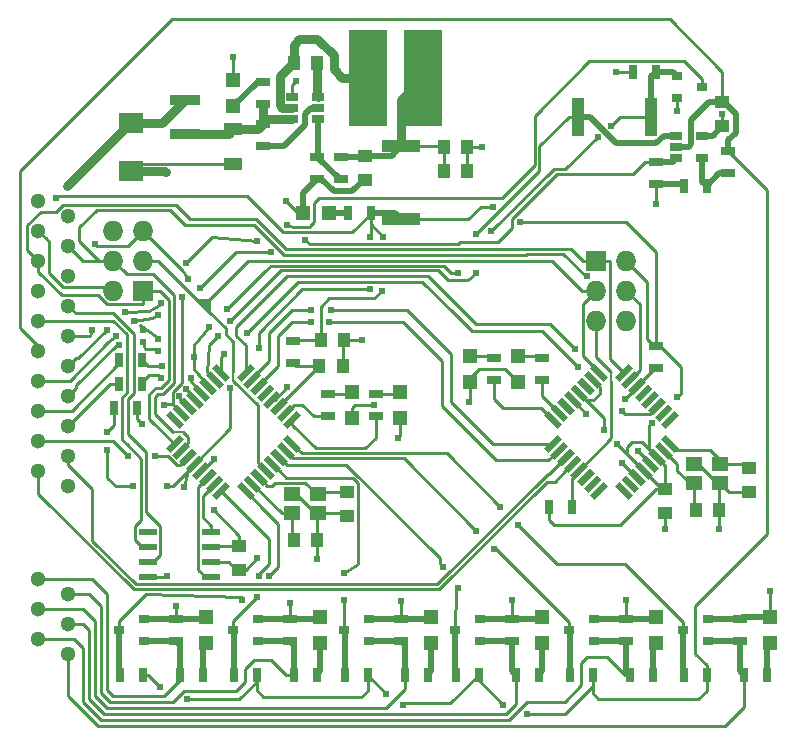
<source format=gtl>
G04 #@! TF.FileFunction,Copper,L1,Top,Signal*
%FSLAX46Y46*%
G04 Gerber Fmt 4.6, Leading zero omitted, Abs format (unit mm)*
G04 Created by KiCad (PCBNEW 4.0.7-e2-6376~58~ubuntu16.04.1) date Fri Feb 16 15:48:39 2018*
%MOMM*%
%LPD*%
G01*
G04 APERTURE LIST*
%ADD10C,0.100000*%
%ADD11R,1.000000X1.250000*%
%ADD12R,1.600000X1.000000*%
%ADD13R,1.250000X1.000000*%
%ADD14R,2.159000X1.778000*%
%ADD15R,1.200000X1.200000*%
%ADD16R,2.500000X0.900000*%
%ADD17C,1.300000*%
%ADD18R,3.300000X8.200000*%
%ADD19R,1.727200X1.727200*%
%ADD20O,1.727200X1.727200*%
%ADD21R,0.900000X0.800000*%
%ADD22R,1.300000X0.700000*%
%ADD23R,0.700000X1.300000*%
%ADD24R,1.000000X3.200000*%
%ADD25R,3.200000X1.000000*%
%ADD26R,1.060000X0.650000*%
%ADD27R,1.550000X0.600000*%
%ADD28R,1.400000X1.200000*%
%ADD29C,0.609600*%
%ADD30C,0.254000*%
%ADD31C,0.508000*%
%ADD32C,0.762000*%
%ADD33C,0.152400*%
G04 APERTURE END LIST*
D10*
G36*
X153596866Y-117660245D02*
X153207957Y-117271336D01*
X154339328Y-116139965D01*
X154728237Y-116528874D01*
X153596866Y-117660245D01*
X153596866Y-117660245D01*
G37*
G36*
X154162552Y-118225930D02*
X153773643Y-117837021D01*
X154905014Y-116705650D01*
X155293923Y-117094559D01*
X154162552Y-118225930D01*
X154162552Y-118225930D01*
G37*
G36*
X154728237Y-118791616D02*
X154339328Y-118402707D01*
X155470699Y-117271336D01*
X155859608Y-117660245D01*
X154728237Y-118791616D01*
X154728237Y-118791616D01*
G37*
G36*
X155293922Y-119357301D02*
X154905013Y-118968392D01*
X156036384Y-117837021D01*
X156425293Y-118225930D01*
X155293922Y-119357301D01*
X155293922Y-119357301D01*
G37*
G36*
X155859608Y-119922987D02*
X155470699Y-119534078D01*
X156602070Y-118402707D01*
X156990979Y-118791616D01*
X155859608Y-119922987D01*
X155859608Y-119922987D01*
G37*
G36*
X156425293Y-120488672D02*
X156036384Y-120099763D01*
X157167755Y-118968392D01*
X157556664Y-119357301D01*
X156425293Y-120488672D01*
X156425293Y-120488672D01*
G37*
G36*
X156990979Y-121054357D02*
X156602070Y-120665448D01*
X157733441Y-119534077D01*
X158122350Y-119922986D01*
X156990979Y-121054357D01*
X156990979Y-121054357D01*
G37*
G36*
X157556664Y-121620043D02*
X157167755Y-121231134D01*
X158299126Y-120099763D01*
X158688035Y-120488672D01*
X157556664Y-121620043D01*
X157556664Y-121620043D01*
G37*
G36*
X160738645Y-121231134D02*
X160349736Y-121620043D01*
X159218365Y-120488672D01*
X159607274Y-120099763D01*
X160738645Y-121231134D01*
X160738645Y-121231134D01*
G37*
G36*
X161304330Y-120665448D02*
X160915421Y-121054357D01*
X159784050Y-119922986D01*
X160172959Y-119534077D01*
X161304330Y-120665448D01*
X161304330Y-120665448D01*
G37*
G36*
X161870016Y-120099763D02*
X161481107Y-120488672D01*
X160349736Y-119357301D01*
X160738645Y-118968392D01*
X161870016Y-120099763D01*
X161870016Y-120099763D01*
G37*
G36*
X162435701Y-119534078D02*
X162046792Y-119922987D01*
X160915421Y-118791616D01*
X161304330Y-118402707D01*
X162435701Y-119534078D01*
X162435701Y-119534078D01*
G37*
G36*
X163001387Y-118968392D02*
X162612478Y-119357301D01*
X161481107Y-118225930D01*
X161870016Y-117837021D01*
X163001387Y-118968392D01*
X163001387Y-118968392D01*
G37*
G36*
X163567072Y-118402707D02*
X163178163Y-118791616D01*
X162046792Y-117660245D01*
X162435701Y-117271336D01*
X163567072Y-118402707D01*
X163567072Y-118402707D01*
G37*
G36*
X164132757Y-117837021D02*
X163743848Y-118225930D01*
X162612477Y-117094559D01*
X163001386Y-116705650D01*
X164132757Y-117837021D01*
X164132757Y-117837021D01*
G37*
G36*
X164698443Y-117271336D02*
X164309534Y-117660245D01*
X163178163Y-116528874D01*
X163567072Y-116139965D01*
X164698443Y-117271336D01*
X164698443Y-117271336D01*
G37*
G36*
X163567072Y-115609635D02*
X163178163Y-115220726D01*
X164309534Y-114089355D01*
X164698443Y-114478264D01*
X163567072Y-115609635D01*
X163567072Y-115609635D01*
G37*
G36*
X163001386Y-115043950D02*
X162612477Y-114655041D01*
X163743848Y-113523670D01*
X164132757Y-113912579D01*
X163001386Y-115043950D01*
X163001386Y-115043950D01*
G37*
G36*
X162435701Y-114478264D02*
X162046792Y-114089355D01*
X163178163Y-112957984D01*
X163567072Y-113346893D01*
X162435701Y-114478264D01*
X162435701Y-114478264D01*
G37*
G36*
X161870016Y-113912579D02*
X161481107Y-113523670D01*
X162612478Y-112392299D01*
X163001387Y-112781208D01*
X161870016Y-113912579D01*
X161870016Y-113912579D01*
G37*
G36*
X161304330Y-113346893D02*
X160915421Y-112957984D01*
X162046792Y-111826613D01*
X162435701Y-112215522D01*
X161304330Y-113346893D01*
X161304330Y-113346893D01*
G37*
G36*
X160738645Y-112781208D02*
X160349736Y-112392299D01*
X161481107Y-111260928D01*
X161870016Y-111649837D01*
X160738645Y-112781208D01*
X160738645Y-112781208D01*
G37*
G36*
X160172959Y-112215523D02*
X159784050Y-111826614D01*
X160915421Y-110695243D01*
X161304330Y-111084152D01*
X160172959Y-112215523D01*
X160172959Y-112215523D01*
G37*
G36*
X159607274Y-111649837D02*
X159218365Y-111260928D01*
X160349736Y-110129557D01*
X160738645Y-110518466D01*
X159607274Y-111649837D01*
X159607274Y-111649837D01*
G37*
G36*
X158688035Y-111260928D02*
X158299126Y-111649837D01*
X157167755Y-110518466D01*
X157556664Y-110129557D01*
X158688035Y-111260928D01*
X158688035Y-111260928D01*
G37*
G36*
X158122350Y-111826614D02*
X157733441Y-112215523D01*
X156602070Y-111084152D01*
X156990979Y-110695243D01*
X158122350Y-111826614D01*
X158122350Y-111826614D01*
G37*
G36*
X157556664Y-112392299D02*
X157167755Y-112781208D01*
X156036384Y-111649837D01*
X156425293Y-111260928D01*
X157556664Y-112392299D01*
X157556664Y-112392299D01*
G37*
G36*
X156990979Y-112957984D02*
X156602070Y-113346893D01*
X155470699Y-112215522D01*
X155859608Y-111826613D01*
X156990979Y-112957984D01*
X156990979Y-112957984D01*
G37*
G36*
X156425293Y-113523670D02*
X156036384Y-113912579D01*
X154905013Y-112781208D01*
X155293922Y-112392299D01*
X156425293Y-113523670D01*
X156425293Y-113523670D01*
G37*
G36*
X155859608Y-114089355D02*
X155470699Y-114478264D01*
X154339328Y-113346893D01*
X154728237Y-112957984D01*
X155859608Y-114089355D01*
X155859608Y-114089355D01*
G37*
G36*
X155293923Y-114655041D02*
X154905014Y-115043950D01*
X153773643Y-113912579D01*
X154162552Y-113523670D01*
X155293923Y-114655041D01*
X155293923Y-114655041D01*
G37*
G36*
X154728237Y-115220726D02*
X154339328Y-115609635D01*
X153207957Y-114478264D01*
X153596866Y-114089355D01*
X154728237Y-115220726D01*
X154728237Y-115220726D01*
G37*
D11*
X166335200Y-108127800D03*
X168335200Y-108127800D03*
X166208200Y-110286800D03*
X168208200Y-110286800D03*
D12*
X158953200Y-90244800D03*
X158953200Y-93244800D03*
D13*
X168605200Y-120970800D03*
X168605200Y-122970800D03*
D11*
X164049200Y-125018800D03*
X166049200Y-125018800D03*
X166049200Y-84632800D03*
X164049200Y-84632800D03*
D13*
X195529200Y-120716800D03*
X195529200Y-122716800D03*
X170129200Y-92522800D03*
X170129200Y-94522800D03*
X202641200Y-118938800D03*
X202641200Y-120938800D03*
X159461200Y-125542800D03*
X159461200Y-127542800D03*
D11*
X198085200Y-122478800D03*
X200085200Y-122478800D03*
D14*
X150317200Y-93776800D03*
X150317200Y-89712800D03*
D15*
X158953200Y-88272800D03*
X158953200Y-86072800D03*
X167081200Y-97332800D03*
X164881200Y-97332800D03*
X156667200Y-133738800D03*
X156667200Y-131538800D03*
X204419200Y-133738800D03*
X204419200Y-131538800D03*
X175717200Y-133738800D03*
X175717200Y-131538800D03*
X185115200Y-133738800D03*
X185115200Y-131538800D03*
X166319200Y-133738800D03*
X166319200Y-131538800D03*
X194767200Y-133738800D03*
X194767200Y-131538800D03*
X183083200Y-109440800D03*
X183083200Y-111640800D03*
X179019200Y-109440800D03*
X179019200Y-111640800D03*
X168986200Y-112488800D03*
X168986200Y-114688800D03*
X173050200Y-112488800D03*
X173050200Y-114688800D03*
D16*
X154889200Y-87754800D03*
X154889200Y-90654800D03*
D17*
X142443200Y-133400800D03*
X142443200Y-130860800D03*
X142443200Y-128320800D03*
X144983200Y-129590800D03*
X144983200Y-132130800D03*
X144983200Y-134670800D03*
X142443200Y-101396800D03*
X142443200Y-98856800D03*
X142443200Y-96316800D03*
X142443200Y-103936800D03*
X144983200Y-97586800D03*
X144983200Y-100126800D03*
X144983200Y-102666800D03*
X144983200Y-105206800D03*
X142443200Y-106476800D03*
X144983200Y-107746800D03*
X142443200Y-109016800D03*
X144983200Y-110286800D03*
X142443200Y-111556800D03*
X144983200Y-112826800D03*
X142443200Y-114096800D03*
X144983200Y-115366800D03*
X142443200Y-116636800D03*
X144983200Y-117906800D03*
X142443200Y-119176800D03*
X144983200Y-120446800D03*
D18*
X170319200Y-85902800D03*
X175019200Y-85902800D03*
D19*
X151333200Y-103936800D03*
D20*
X148793200Y-103936800D03*
X151333200Y-101396800D03*
X148793200Y-101396800D03*
X151333200Y-98856800D03*
X148793200Y-98856800D03*
D19*
X189687200Y-101396800D03*
D20*
X192227200Y-101396800D03*
X189687200Y-103936800D03*
X192227200Y-103936800D03*
X189687200Y-106476800D03*
X192227200Y-106476800D03*
D21*
X196511200Y-85714800D03*
X196511200Y-87614800D03*
X198611200Y-86664800D03*
X151367200Y-133588800D03*
X151367200Y-131688800D03*
X149267200Y-132638800D03*
X199119200Y-133588800D03*
X199119200Y-131688800D03*
X197019200Y-132638800D03*
X170417200Y-133588800D03*
X170417200Y-131688800D03*
X168317200Y-132638800D03*
X179815200Y-133588800D03*
X179815200Y-131688800D03*
X177715200Y-132638800D03*
X161019200Y-133588800D03*
X161019200Y-131688800D03*
X158919200Y-132638800D03*
X189467200Y-133588800D03*
X189467200Y-131688800D03*
X187367200Y-132638800D03*
D22*
X164033200Y-108193800D03*
X164033200Y-110093800D03*
X161493200Y-88122800D03*
X161493200Y-86222800D03*
X194701200Y-94914800D03*
X194701200Y-93014800D03*
X161493200Y-89778800D03*
X161493200Y-91678800D03*
D23*
X148859200Y-113842800D03*
X150759200Y-113842800D03*
D22*
X166065200Y-92572800D03*
X166065200Y-94472800D03*
X168097200Y-94472800D03*
X168097200Y-92572800D03*
D24*
X194311200Y-89204800D03*
X188111200Y-89204800D03*
D23*
X194701200Y-85394800D03*
X192801200Y-85394800D03*
D22*
X200863200Y-93964800D03*
X200863200Y-92064800D03*
D25*
X173177200Y-97892800D03*
X173177200Y-91692800D03*
D23*
X197119200Y-95046800D03*
X199019200Y-95046800D03*
X170571200Y-97332800D03*
X168671200Y-97332800D03*
X154447200Y-136448800D03*
X156347200Y-136448800D03*
X202199200Y-136448800D03*
X204099200Y-136448800D03*
D22*
X154127200Y-133588800D03*
X154127200Y-131688800D03*
X201879200Y-133588800D03*
X201879200Y-131688800D03*
D23*
X151267200Y-136448800D03*
X149367200Y-136448800D03*
X199019200Y-136448800D03*
X197119200Y-136448800D03*
X173497200Y-136448800D03*
X175397200Y-136448800D03*
X182895200Y-136448800D03*
X184795200Y-136448800D03*
D22*
X173177200Y-133588800D03*
X173177200Y-131688800D03*
X182575200Y-133588800D03*
X182575200Y-131688800D03*
D23*
X170317200Y-136448800D03*
X168417200Y-136448800D03*
X179715200Y-136448800D03*
X177815200Y-136448800D03*
X164099200Y-136448800D03*
X165999200Y-136448800D03*
X192547200Y-136448800D03*
X194447200Y-136448800D03*
D22*
X163779200Y-133588800D03*
X163779200Y-131688800D03*
X192227200Y-133588800D03*
X192227200Y-131688800D03*
D23*
X160919200Y-136448800D03*
X159019200Y-136448800D03*
X189367200Y-136448800D03*
X187467200Y-136448800D03*
D22*
X166954200Y-114538800D03*
X166954200Y-112638800D03*
X171018200Y-114538800D03*
X171018200Y-112638800D03*
X185115200Y-111490800D03*
X185115200Y-109590800D03*
X181051200Y-111490800D03*
X181051200Y-109590800D03*
D23*
X185689200Y-122224800D03*
X187589200Y-122224800D03*
D22*
X194767200Y-108574800D03*
X194767200Y-110474800D03*
D23*
X149301200Y-111810800D03*
X151201200Y-111810800D03*
X149301200Y-109778800D03*
X151201200Y-109778800D03*
D26*
X196461200Y-90794800D03*
X196461200Y-91744800D03*
X196461200Y-92694800D03*
X198661200Y-92694800D03*
X198661200Y-90794800D03*
X163949200Y-87492800D03*
X163949200Y-88442800D03*
X163949200Y-89392800D03*
X166149200Y-89392800D03*
X166149200Y-87492800D03*
X166149200Y-88442800D03*
D10*
G36*
X192742645Y-121231134D02*
X192353736Y-121620043D01*
X191222365Y-120488672D01*
X191611274Y-120099763D01*
X192742645Y-121231134D01*
X192742645Y-121231134D01*
G37*
G36*
X193308330Y-120665448D02*
X192919421Y-121054357D01*
X191788050Y-119922986D01*
X192176959Y-119534077D01*
X193308330Y-120665448D01*
X193308330Y-120665448D01*
G37*
G36*
X193874016Y-120099763D02*
X193485107Y-120488672D01*
X192353736Y-119357301D01*
X192742645Y-118968392D01*
X193874016Y-120099763D01*
X193874016Y-120099763D01*
G37*
G36*
X194439701Y-119534078D02*
X194050792Y-119922987D01*
X192919421Y-118791616D01*
X193308330Y-118402707D01*
X194439701Y-119534078D01*
X194439701Y-119534078D01*
G37*
G36*
X195005387Y-118968392D02*
X194616478Y-119357301D01*
X193485107Y-118225930D01*
X193874016Y-117837021D01*
X195005387Y-118968392D01*
X195005387Y-118968392D01*
G37*
G36*
X195571072Y-118402707D02*
X195182163Y-118791616D01*
X194050792Y-117660245D01*
X194439701Y-117271336D01*
X195571072Y-118402707D01*
X195571072Y-118402707D01*
G37*
G36*
X196136757Y-117837021D02*
X195747848Y-118225930D01*
X194616477Y-117094559D01*
X195005386Y-116705650D01*
X196136757Y-117837021D01*
X196136757Y-117837021D01*
G37*
G36*
X196702443Y-117271336D02*
X196313534Y-117660245D01*
X195182163Y-116528874D01*
X195571072Y-116139965D01*
X196702443Y-117271336D01*
X196702443Y-117271336D01*
G37*
G36*
X196313534Y-114089355D02*
X196702443Y-114478264D01*
X195571072Y-115609635D01*
X195182163Y-115220726D01*
X196313534Y-114089355D01*
X196313534Y-114089355D01*
G37*
G36*
X195747848Y-113523670D02*
X196136757Y-113912579D01*
X195005386Y-115043950D01*
X194616477Y-114655041D01*
X195747848Y-113523670D01*
X195747848Y-113523670D01*
G37*
G36*
X195182163Y-112957984D02*
X195571072Y-113346893D01*
X194439701Y-114478264D01*
X194050792Y-114089355D01*
X195182163Y-112957984D01*
X195182163Y-112957984D01*
G37*
G36*
X194616478Y-112392299D02*
X195005387Y-112781208D01*
X193874016Y-113912579D01*
X193485107Y-113523670D01*
X194616478Y-112392299D01*
X194616478Y-112392299D01*
G37*
G36*
X194050792Y-111826613D02*
X194439701Y-112215522D01*
X193308330Y-113346893D01*
X192919421Y-112957984D01*
X194050792Y-111826613D01*
X194050792Y-111826613D01*
G37*
G36*
X193485107Y-111260928D02*
X193874016Y-111649837D01*
X192742645Y-112781208D01*
X192353736Y-112392299D01*
X193485107Y-111260928D01*
X193485107Y-111260928D01*
G37*
G36*
X192919421Y-110695243D02*
X193308330Y-111084152D01*
X192176959Y-112215523D01*
X191788050Y-111826614D01*
X192919421Y-110695243D01*
X192919421Y-110695243D01*
G37*
G36*
X192353736Y-110129557D02*
X192742645Y-110518466D01*
X191611274Y-111649837D01*
X191222365Y-111260928D01*
X192353736Y-110129557D01*
X192353736Y-110129557D01*
G37*
G36*
X190692035Y-111260928D02*
X190303126Y-111649837D01*
X189171755Y-110518466D01*
X189560664Y-110129557D01*
X190692035Y-111260928D01*
X190692035Y-111260928D01*
G37*
G36*
X190126350Y-111826614D02*
X189737441Y-112215523D01*
X188606070Y-111084152D01*
X188994979Y-110695243D01*
X190126350Y-111826614D01*
X190126350Y-111826614D01*
G37*
G36*
X189560664Y-112392299D02*
X189171755Y-112781208D01*
X188040384Y-111649837D01*
X188429293Y-111260928D01*
X189560664Y-112392299D01*
X189560664Y-112392299D01*
G37*
G36*
X188994979Y-112957984D02*
X188606070Y-113346893D01*
X187474699Y-112215522D01*
X187863608Y-111826613D01*
X188994979Y-112957984D01*
X188994979Y-112957984D01*
G37*
G36*
X188429293Y-113523670D02*
X188040384Y-113912579D01*
X186909013Y-112781208D01*
X187297922Y-112392299D01*
X188429293Y-113523670D01*
X188429293Y-113523670D01*
G37*
G36*
X187863608Y-114089355D02*
X187474699Y-114478264D01*
X186343328Y-113346893D01*
X186732237Y-112957984D01*
X187863608Y-114089355D01*
X187863608Y-114089355D01*
G37*
G36*
X187297923Y-114655041D02*
X186909014Y-115043950D01*
X185777643Y-113912579D01*
X186166552Y-113523670D01*
X187297923Y-114655041D01*
X187297923Y-114655041D01*
G37*
G36*
X186732237Y-115220726D02*
X186343328Y-115609635D01*
X185211957Y-114478264D01*
X185600866Y-114089355D01*
X186732237Y-115220726D01*
X186732237Y-115220726D01*
G37*
G36*
X186343328Y-116139965D02*
X186732237Y-116528874D01*
X185600866Y-117660245D01*
X185211957Y-117271336D01*
X186343328Y-116139965D01*
X186343328Y-116139965D01*
G37*
G36*
X186909014Y-116705650D02*
X187297923Y-117094559D01*
X186166552Y-118225930D01*
X185777643Y-117837021D01*
X186909014Y-116705650D01*
X186909014Y-116705650D01*
G37*
G36*
X187474699Y-117271336D02*
X187863608Y-117660245D01*
X186732237Y-118791616D01*
X186343328Y-118402707D01*
X187474699Y-117271336D01*
X187474699Y-117271336D01*
G37*
G36*
X188040384Y-117837021D02*
X188429293Y-118225930D01*
X187297922Y-119357301D01*
X186909013Y-118968392D01*
X188040384Y-117837021D01*
X188040384Y-117837021D01*
G37*
G36*
X188606070Y-118402707D02*
X188994979Y-118791616D01*
X187863608Y-119922987D01*
X187474699Y-119534078D01*
X188606070Y-118402707D01*
X188606070Y-118402707D01*
G37*
G36*
X189171755Y-118968392D02*
X189560664Y-119357301D01*
X188429293Y-120488672D01*
X188040384Y-120099763D01*
X189171755Y-118968392D01*
X189171755Y-118968392D01*
G37*
G36*
X189737441Y-119534077D02*
X190126350Y-119922986D01*
X188994979Y-121054357D01*
X188606070Y-120665448D01*
X189737441Y-119534077D01*
X189737441Y-119534077D01*
G37*
G36*
X190303126Y-120099763D02*
X190692035Y-120488672D01*
X189560664Y-121620043D01*
X189171755Y-121231134D01*
X190303126Y-120099763D01*
X190303126Y-120099763D01*
G37*
D27*
X157081200Y-128193800D03*
X157081200Y-126923800D03*
X157081200Y-125653800D03*
X157081200Y-124383800D03*
X151681200Y-124383800D03*
X151681200Y-125653800D03*
X151681200Y-126923800D03*
X151681200Y-128193800D03*
D28*
X166149200Y-121170800D03*
X163949200Y-121170800D03*
X163949200Y-122770800D03*
X166149200Y-122770800D03*
X200185200Y-118630800D03*
X197985200Y-118630800D03*
X197985200Y-120230800D03*
X200185200Y-120230800D03*
D13*
X200355200Y-87950800D03*
X200355200Y-89950800D03*
D11*
X176749200Y-91744800D03*
X178749200Y-91744800D03*
X176749200Y-93776800D03*
X178749200Y-93776800D03*
D29*
X171526200Y-103936800D03*
X171653200Y-99364800D03*
X170510200Y-103809800D03*
X170510200Y-99364800D03*
X143967200Y-96062800D03*
X148285200Y-117398800D03*
X148285200Y-115874800D03*
X190322200Y-115747800D03*
X191465200Y-116890800D03*
X180924200Y-96824800D03*
X183210200Y-98094800D03*
X196545200Y-112953800D03*
X194386200Y-115112800D03*
X154762200Y-120573800D03*
X157302200Y-122478800D03*
X153365200Y-120446800D03*
X150444200Y-120446800D03*
X158699200Y-112191800D03*
X161112200Y-108762800D03*
X170891200Y-113588800D03*
X169875200Y-108127800D03*
X172923200Y-116382800D03*
X153365200Y-128066800D03*
X158953200Y-84124800D03*
X188798200Y-114350800D03*
X191846200Y-118541800D03*
X163525200Y-112064800D03*
X178892200Y-113334800D03*
X166065200Y-126669800D03*
X160985200Y-126542800D03*
X157302200Y-118160800D03*
X154127200Y-130606800D03*
X163779200Y-130352800D03*
X173177200Y-130225800D03*
X182575200Y-130098800D03*
X192227200Y-130098800D03*
X204419200Y-129336800D03*
X200101200Y-124129800D03*
X195529200Y-124129800D03*
X193243200Y-117525800D03*
X194767200Y-96570800D03*
X200355200Y-88950800D03*
X196545200Y-88696800D03*
X191338200Y-85394800D03*
X180035200Y-91744800D03*
X163398200Y-96316800D03*
X164287200Y-86156800D03*
X153238200Y-93903800D03*
X173304200Y-138988800D03*
X171907200Y-138099800D03*
X152730200Y-137464800D03*
X155016200Y-138480800D03*
X181813200Y-138988800D03*
X183845200Y-139750800D03*
X144856200Y-95046800D03*
X188925200Y-102717602D03*
X165049200Y-99618800D03*
X162128200Y-100634800D03*
X156159200Y-103682800D03*
X152603200Y-105968800D03*
X150571200Y-106476800D03*
X148285200Y-107238800D03*
X190957200Y-89966800D03*
X189789305Y-90880695D03*
X180797200Y-98856800D03*
X179527200Y-102412800D03*
X158699200Y-106476800D03*
X157683200Y-107746800D03*
X159715200Y-130098800D03*
X161112200Y-128066800D03*
X162001200Y-128066800D03*
X160985200Y-129844800D03*
X168351200Y-127812800D03*
X168351200Y-130098800D03*
X176733200Y-127304800D03*
X178003200Y-129082800D03*
X179527200Y-124256800D03*
X181051200Y-125780800D03*
X181559200Y-122224800D03*
X183083200Y-123748800D03*
X147269200Y-99999800D03*
X151206200Y-115239800D03*
X153111200Y-113588800D03*
X154635200Y-104444800D03*
X155143200Y-102920800D03*
X149809200Y-105714800D03*
X147015200Y-107238800D03*
X163525200Y-98348800D03*
X160985200Y-99745800D03*
X154917661Y-101615076D03*
X152857200Y-104952800D03*
X179527200Y-99110800D03*
X178003200Y-102412800D03*
X158445200Y-105460800D03*
X156921200Y-106984800D03*
X155651200Y-109524800D03*
X152603200Y-108000800D03*
X151333200Y-107238800D03*
X149047200Y-107746800D03*
X150063200Y-117906800D03*
X152349200Y-117906800D03*
X155397200Y-111302800D03*
X152603200Y-109016800D03*
X151333200Y-108254800D03*
X149301200Y-108508800D03*
X152918834Y-110286800D03*
X154920017Y-112287983D03*
X165557200Y-106603800D03*
X167081200Y-106603800D03*
X187909200Y-108889800D03*
X192100200Y-113080800D03*
X158191200Y-109270800D03*
X160096200Y-107492800D03*
X191846200Y-114096800D03*
X188163200Y-110413800D03*
X165557200Y-105587800D03*
X167208200Y-105587800D03*
X154381200Y-112826800D03*
X152857200Y-111302800D03*
D30*
X161112200Y-108762800D02*
X161112200Y-107492800D01*
X164795200Y-103809800D02*
X166192200Y-103809800D01*
X161112200Y-107492800D02*
X164795200Y-103809800D01*
X166335200Y-108127800D02*
X166335200Y-105317800D01*
X170891200Y-104571800D02*
X171526200Y-103936800D01*
X167081200Y-104571800D02*
X170891200Y-104571800D01*
X166335200Y-105317800D02*
X167081200Y-104571800D01*
X170571200Y-97332800D02*
X170571200Y-98282800D01*
X170571200Y-98282800D02*
X171653200Y-99364800D01*
X166335200Y-108127800D02*
X164099200Y-108127800D01*
X164099200Y-108127800D02*
X164033200Y-108193800D01*
X170510200Y-103809800D02*
X166192200Y-103809800D01*
X170571200Y-97332800D02*
X170571200Y-99303800D01*
X170571200Y-99303800D02*
X170510200Y-99364800D01*
X150444200Y-120446800D02*
X148981200Y-120446800D01*
X148981200Y-120446800D02*
X148285200Y-119750800D01*
X158699200Y-112191800D02*
X158699200Y-115563114D01*
X158699200Y-115563114D02*
X155665153Y-118597161D01*
X193679561Y-119162847D02*
X192296514Y-117779800D01*
X192296514Y-117779800D02*
X191465200Y-116948486D01*
X192735200Y-116763800D02*
X192296514Y-117202486D01*
X192296514Y-117202486D02*
X192296514Y-117779800D01*
X193543256Y-116763800D02*
X192735200Y-116763800D01*
X194810932Y-118031476D02*
X193543256Y-116763800D01*
X194767200Y-108574800D02*
X194579200Y-108574800D01*
X194579200Y-108574800D02*
X194005200Y-108000800D01*
X194005200Y-103174800D02*
X192227200Y-101396800D01*
X194005200Y-108000800D02*
X194005200Y-103174800D01*
X170571200Y-97332800D02*
X170571200Y-97398800D01*
X170571200Y-97398800D02*
X168986200Y-98983800D01*
X144094200Y-95935800D02*
X143967200Y-96062800D01*
X160096200Y-95935800D02*
X144094200Y-95935800D01*
X163144200Y-98983800D02*
X160096200Y-95935800D01*
X168986200Y-98983800D02*
X163144200Y-98983800D01*
X148285200Y-119750800D02*
X148285200Y-117398800D01*
X148285200Y-115874800D02*
X148859200Y-115300800D01*
X148859200Y-115300800D02*
X148859200Y-113842800D01*
X190322200Y-115747800D02*
X190322200Y-114674114D01*
X190322200Y-114674114D02*
X188234839Y-112586753D01*
X191465200Y-116948486D02*
X191465200Y-116890800D01*
X190002605Y-112638395D02*
X189417852Y-113223148D01*
X189417852Y-113223148D02*
X188871234Y-113223148D01*
X188871234Y-113223148D02*
X188234839Y-112586753D01*
X189366210Y-111455383D02*
X190002605Y-112091778D01*
X190002605Y-112091778D02*
X190002605Y-112638395D01*
X194174537Y-117395081D02*
X194810932Y-118031476D01*
X193679561Y-119162847D02*
X192989200Y-118472486D01*
X179908200Y-96824800D02*
X178840200Y-97892800D01*
X178840200Y-97892800D02*
X173177200Y-97892800D01*
X180924200Y-96824800D02*
X179908200Y-96824800D01*
X194767200Y-100634800D02*
X192227200Y-98094800D01*
X192227200Y-98094800D02*
X183210200Y-98094800D01*
X194767200Y-108574800D02*
X194767200Y-100634800D01*
X196545200Y-112953800D02*
X196849999Y-112649001D01*
X196849999Y-112649001D02*
X196849999Y-110357599D01*
X196849999Y-110357599D02*
X195067200Y-108574800D01*
X195067200Y-108574800D02*
X194767200Y-108574800D01*
X194174537Y-117395081D02*
X194174537Y-115324463D01*
X194174537Y-115324463D02*
X194386200Y-115112800D01*
X154762200Y-120573800D02*
X155143200Y-119119114D01*
X155143200Y-119119114D02*
X155665153Y-118597161D01*
X159461200Y-125542800D02*
X159461200Y-124720045D01*
X159461200Y-124720045D02*
X157302200Y-122478800D01*
X153815514Y-120446800D02*
X153365200Y-120446800D01*
X155665153Y-118597161D02*
X153815514Y-120446800D01*
X185689200Y-122224800D02*
X185689200Y-123306800D01*
X194751200Y-120716800D02*
X195529200Y-120716800D01*
X191719200Y-123748800D02*
X194751200Y-120716800D01*
X186131200Y-123748800D02*
X191719200Y-123748800D01*
X185689200Y-123306800D02*
X186131200Y-123748800D01*
X148793200Y-103936800D02*
X148452601Y-103596201D01*
X148452601Y-103596201D02*
X144537087Y-103596201D01*
X143372601Y-99786201D02*
X143093199Y-99506799D01*
X144537087Y-103596201D02*
X143372601Y-102431715D01*
X143093199Y-99506799D02*
X142443200Y-98856800D01*
X143372601Y-102431715D02*
X143372601Y-99786201D01*
X195529200Y-120716800D02*
X195529200Y-118749744D01*
X195529200Y-118749744D02*
X194810932Y-118031476D01*
X195529200Y-120716800D02*
X195233514Y-120716800D01*
X195233514Y-120716800D02*
X193679561Y-119162847D01*
X159461200Y-125542800D02*
X157192200Y-125542800D01*
X157192200Y-125542800D02*
X157081200Y-125653800D01*
D31*
X170571200Y-97332800D02*
X172617200Y-97332800D01*
X172617200Y-97332800D02*
X173177200Y-97892800D01*
D32*
X150317200Y-93776800D02*
X153111200Y-93776800D01*
X153111200Y-93776800D02*
X153238200Y-93903800D01*
D30*
X168986200Y-114688800D02*
X168986200Y-113834800D01*
X168986200Y-113834800D02*
X169232200Y-113588800D01*
X169232200Y-113588800D02*
X170891200Y-113588800D01*
X168335200Y-108127800D02*
X169875200Y-108127800D01*
X168208200Y-110286800D02*
X168208200Y-108254800D01*
X168208200Y-108254800D02*
X168335200Y-108127800D01*
X173050200Y-114688800D02*
X173050200Y-116255800D01*
X173050200Y-116255800D02*
X172923200Y-116382800D01*
X151681200Y-128193800D02*
X153238200Y-128193800D01*
X153238200Y-128193800D02*
X153365200Y-128066800D01*
X158953200Y-86072800D02*
X158953200Y-84124800D01*
X187669153Y-113152439D02*
X187669153Y-113221753D01*
X187669153Y-113221753D02*
X188798200Y-114350800D01*
X193113876Y-119728532D02*
X193032932Y-119728532D01*
X193032932Y-119728532D02*
X191846200Y-118541800D01*
X162241247Y-113152439D02*
X162437561Y-113152439D01*
X162437561Y-113152439D02*
X163525200Y-112064800D01*
X179019200Y-111640800D02*
X179019200Y-113207800D01*
X179019200Y-113207800D02*
X178892200Y-113334800D01*
X166049200Y-125018800D02*
X166049200Y-126653800D01*
X166049200Y-126653800D02*
X166065200Y-126669800D01*
X159461200Y-127542800D02*
X159985200Y-127542800D01*
X159985200Y-127542800D02*
X160985200Y-126542800D01*
X156230839Y-119162847D02*
X156300153Y-119162847D01*
X156300153Y-119162847D02*
X157302200Y-118160800D01*
X154127200Y-131688800D02*
X154127200Y-130606800D01*
X163779200Y-131688800D02*
X163779200Y-130352800D01*
X173177200Y-131688800D02*
X173177200Y-130225800D01*
X182575200Y-131688800D02*
X182575200Y-130098800D01*
X192227200Y-131688800D02*
X192227200Y-130098800D01*
X204419200Y-131538800D02*
X204419200Y-129336800D01*
X200085200Y-122478800D02*
X200085200Y-124113800D01*
X200085200Y-124113800D02*
X200101200Y-124129800D01*
X195529200Y-122716800D02*
X195529200Y-124129800D01*
X194245247Y-118597161D02*
X194245247Y-118527847D01*
X194245247Y-118527847D02*
X193243200Y-117525800D01*
X194701200Y-94914800D02*
X194701200Y-96504800D01*
X194701200Y-96504800D02*
X194767200Y-96570800D01*
X200355200Y-89950800D02*
X200355200Y-88950800D01*
X196511200Y-87614800D02*
X196511200Y-88662800D01*
X196511200Y-88662800D02*
X196545200Y-88696800D01*
X192801200Y-85394800D02*
X191338200Y-85394800D01*
X178749200Y-91744800D02*
X180035200Y-91744800D01*
X164881200Y-97332800D02*
X164414200Y-97332800D01*
X164414200Y-97332800D02*
X163398200Y-96316800D01*
X163949200Y-87492800D02*
X163949200Y-86494800D01*
X163949200Y-86494800D02*
X164287200Y-86156800D01*
X158953200Y-93244800D02*
X150849200Y-93244800D01*
X150849200Y-93244800D02*
X150317200Y-93776800D01*
X168986200Y-114688800D02*
X169156200Y-114688800D01*
X200085200Y-122478800D02*
X200085200Y-120330800D01*
X200085200Y-120330800D02*
X200185200Y-120230800D01*
X202641200Y-120938800D02*
X200893200Y-120938800D01*
X200893200Y-120938800D02*
X200185200Y-120230800D01*
X197985200Y-118630800D02*
X198285200Y-118630800D01*
X198285200Y-118630800D02*
X199885200Y-120230800D01*
X199885200Y-120230800D02*
X200185200Y-120230800D01*
X179019200Y-111640800D02*
X179019200Y-111302800D01*
X179019200Y-111302800D02*
X179781200Y-110540800D01*
X179781200Y-110540800D02*
X181983200Y-110540800D01*
X181983200Y-110540800D02*
X183083200Y-111640800D01*
X159461200Y-127542800D02*
X159191200Y-127542800D01*
X159191200Y-127542800D02*
X158572200Y-126923800D01*
X158572200Y-126923800D02*
X157081200Y-126923800D01*
X163949200Y-121170800D02*
X164249200Y-121170800D01*
X164249200Y-121170800D02*
X165849200Y-122770800D01*
X165849200Y-122770800D02*
X166149200Y-122770800D01*
X166149200Y-122770800D02*
X168405200Y-122770800D01*
X168405200Y-122770800D02*
X168605200Y-122970800D01*
X166049200Y-125018800D02*
X166049200Y-122870800D01*
X166049200Y-122870800D02*
X166149200Y-122770800D01*
X178749200Y-91744800D02*
X178749200Y-93776800D01*
D31*
X154127200Y-131688800D02*
X156517200Y-131688800D01*
X156517200Y-131688800D02*
X156667200Y-131538800D01*
X151367200Y-131688800D02*
X154127200Y-131688800D01*
X173177200Y-131688800D02*
X175567200Y-131688800D01*
X175567200Y-131688800D02*
X175717200Y-131538800D01*
X170417200Y-131688800D02*
X173177200Y-131688800D01*
X163779200Y-131688800D02*
X166169200Y-131688800D01*
X166169200Y-131688800D02*
X166319200Y-131538800D01*
X161019200Y-131688800D02*
X163779200Y-131688800D01*
X192227200Y-131688800D02*
X194617200Y-131688800D01*
X194617200Y-131688800D02*
X194767200Y-131538800D01*
X189467200Y-131688800D02*
X192227200Y-131688800D01*
X182575200Y-131688800D02*
X184965200Y-131688800D01*
X184965200Y-131688800D02*
X185115200Y-131538800D01*
X179815200Y-131688800D02*
X182575200Y-131688800D01*
X199119200Y-131688800D02*
X201879200Y-131688800D01*
X204419200Y-131538800D02*
X202029200Y-131538800D01*
X202029200Y-131538800D02*
X201879200Y-131688800D01*
X164881200Y-97332800D02*
X164881200Y-95656800D01*
X164881200Y-95656800D02*
X166065200Y-94472800D01*
X166065200Y-94472800D02*
X166365200Y-94472800D01*
X166365200Y-94472800D02*
X167423200Y-95530800D01*
X167423200Y-95530800D02*
X168996200Y-95530800D01*
X168996200Y-95530800D02*
X170004200Y-94522800D01*
X170004200Y-94522800D02*
X170129200Y-94522800D01*
X194701200Y-94914800D02*
X196987200Y-94914800D01*
X196987200Y-94914800D02*
X197119200Y-95046800D01*
X198661200Y-90794800D02*
X199511200Y-90794800D01*
X199511200Y-90794800D02*
X200355200Y-89950800D01*
D30*
X166208200Y-110286800D02*
X164226200Y-110286800D01*
X164226200Y-110286800D02*
X164033200Y-110093800D01*
X162806932Y-113718124D02*
X162806932Y-113688068D01*
X162806932Y-113688068D02*
X166208200Y-110286800D01*
D32*
X163949200Y-89392800D02*
X161879200Y-89392800D01*
D31*
X161879200Y-89392800D02*
X161493200Y-89778800D01*
D32*
X161493200Y-89778800D02*
X161493200Y-88122800D01*
X158953200Y-90244800D02*
X161027200Y-90244800D01*
X161027200Y-90244800D02*
X161493200Y-89778800D01*
X154889200Y-90654800D02*
X158543200Y-90654800D01*
X158543200Y-90654800D02*
X158953200Y-90244800D01*
D30*
X166149200Y-121170800D02*
X166027200Y-121170800D01*
X166027200Y-121170800D02*
X165049200Y-120192800D01*
X161828144Y-120446800D02*
X161109876Y-119728532D01*
X162255200Y-120446800D02*
X161828144Y-120446800D01*
X162509200Y-120192800D02*
X162255200Y-120446800D01*
X165049200Y-120192800D02*
X162509200Y-120192800D01*
X168605200Y-120970800D02*
X166349200Y-120970800D01*
X166349200Y-120970800D02*
X166149200Y-121170800D01*
X163949200Y-122770800D02*
X163020773Y-122770800D01*
X163020773Y-122770800D02*
X160544190Y-120294217D01*
X163949200Y-122770800D02*
X163949200Y-124918800D01*
X163949200Y-124918800D02*
X164049200Y-125018800D01*
D32*
X166049200Y-84632800D02*
X166049200Y-87392800D01*
X166049200Y-87392800D02*
X166149200Y-87492800D01*
X167462200Y-85203800D02*
X167462200Y-83997800D01*
X167462200Y-83997800D02*
X166065200Y-82600800D01*
X170319200Y-85902800D02*
X168161200Y-85902800D01*
X168161200Y-85902800D02*
X167462200Y-85203800D01*
X166065200Y-82600800D02*
X164541200Y-82600800D01*
X164049200Y-83092800D02*
X164049200Y-84632800D01*
X164541200Y-82600800D02*
X164049200Y-83092800D01*
X164049200Y-84632800D02*
X164033200Y-84632800D01*
X164033200Y-84632800D02*
X162885799Y-85780201D01*
X163084078Y-88442800D02*
X163949200Y-88442800D01*
X162885799Y-85780201D02*
X162885799Y-88244521D01*
X162885799Y-88244521D02*
X163084078Y-88442800D01*
D30*
X142443200Y-109016800D02*
X142443200Y-108635800D01*
X142443200Y-108635800D02*
X140919200Y-107111800D01*
X140919200Y-107111800D02*
X140919200Y-93776800D01*
X140919200Y-93776800D02*
X153746200Y-80949800D01*
X153746200Y-80949800D02*
X195910200Y-80949800D01*
X195910200Y-80949800D02*
X200355200Y-85394800D01*
X200355200Y-85394800D02*
X200355200Y-87950800D01*
X199019200Y-136448800D02*
X199019200Y-135620800D01*
X204165200Y-95366800D02*
X200863200Y-92064800D01*
X204165200Y-124510800D02*
X204165200Y-95366800D01*
X198069200Y-130606800D02*
X204165200Y-124510800D01*
X198069200Y-134670800D02*
X198069200Y-130606800D01*
X199019200Y-135620800D02*
X198069200Y-134670800D01*
X170317200Y-136448800D02*
X170317200Y-136509800D01*
X170317200Y-136509800D02*
X171907200Y-138099800D01*
X177302200Y-138861800D02*
X179715200Y-136448800D01*
X173431200Y-138861800D02*
X177302200Y-138861800D01*
X173304200Y-138988800D02*
X173431200Y-138861800D01*
X160919200Y-136448800D02*
X160919200Y-137022800D01*
X160919200Y-137022800D02*
X159461200Y-138480800D01*
X151714200Y-136448800D02*
X151267200Y-136448800D01*
X152730200Y-137464800D02*
X151714200Y-136448800D01*
X159461200Y-138480800D02*
X155016200Y-138480800D01*
X189367200Y-136448800D02*
X189367200Y-137403800D01*
X181813200Y-138988800D02*
X179715200Y-136890800D01*
X187020200Y-139750800D02*
X183845200Y-139750800D01*
X189367200Y-137403800D02*
X187020200Y-139750800D01*
X179715200Y-136890800D02*
X179715200Y-136448800D01*
X189367200Y-136448800D02*
X189367200Y-138033800D01*
X199019200Y-137784800D02*
X199019200Y-136448800D01*
X198323200Y-138480800D02*
X199019200Y-137784800D01*
X189814200Y-138480800D02*
X198323200Y-138480800D01*
X189367200Y-138033800D02*
X189814200Y-138480800D01*
X160919200Y-136448800D02*
X160919200Y-137779800D01*
X170317200Y-137784800D02*
X170317200Y-136448800D01*
X169748200Y-138353800D02*
X170317200Y-137784800D01*
X161493200Y-138353800D02*
X169748200Y-138353800D01*
X160919200Y-137779800D02*
X161493200Y-138353800D01*
D31*
X200863200Y-92064800D02*
X200863200Y-91206800D01*
X201488200Y-88958800D02*
X200480200Y-87950800D01*
X201488200Y-90581800D02*
X201488200Y-88958800D01*
X200863200Y-91206800D02*
X201488200Y-90581800D01*
X200480200Y-87950800D02*
X200355200Y-87950800D01*
X200355200Y-87950800D02*
X199222200Y-87950800D01*
X199222200Y-87950800D02*
X197724799Y-89448201D01*
X197724799Y-89448201D02*
X197724799Y-91519201D01*
X197724799Y-91519201D02*
X197499200Y-91744800D01*
X197499200Y-91744800D02*
X196461200Y-91744800D01*
D32*
X144856200Y-95046800D02*
X150190200Y-89712800D01*
X150190200Y-89712800D02*
X150317200Y-89712800D01*
X150317200Y-89712800D02*
X152931200Y-89712800D01*
X152931200Y-89712800D02*
X154889200Y-87754800D01*
D31*
X161493200Y-86222800D02*
X161003200Y-86222800D01*
X161003200Y-86222800D02*
X158953200Y-88272800D01*
X168671200Y-97332800D02*
X167081200Y-97332800D01*
X156347200Y-136448800D02*
X156347200Y-134058800D01*
X156347200Y-134058800D02*
X156667200Y-133738800D01*
D30*
X156347200Y-134058800D02*
X156667200Y-133738800D01*
D31*
X204099200Y-136448800D02*
X204099200Y-134058800D01*
X204099200Y-134058800D02*
X204419200Y-133738800D01*
X175717200Y-133738800D02*
X175717200Y-136128800D01*
X175717200Y-136128800D02*
X175397200Y-136448800D01*
X185115200Y-133738800D02*
X185115200Y-136128800D01*
X185115200Y-136128800D02*
X184795200Y-136448800D01*
X166319200Y-133738800D02*
X166319200Y-136128800D01*
X166319200Y-136128800D02*
X165999200Y-136448800D01*
X194447200Y-136448800D02*
X194447200Y-134058800D01*
X194447200Y-134058800D02*
X194767200Y-133738800D01*
D30*
X183083200Y-109440800D02*
X184965200Y-109440800D01*
X184965200Y-109440800D02*
X185115200Y-109590800D01*
X179019200Y-109440800D02*
X180901200Y-109440800D01*
X180901200Y-109440800D02*
X181051200Y-109590800D01*
X164414200Y-100405086D02*
X163422486Y-100405086D01*
X163422486Y-100405086D02*
X160858200Y-97840800D01*
X153619200Y-96657399D02*
X154112201Y-96657399D01*
X144537087Y-96657399D02*
X153619200Y-96657399D01*
X143948285Y-97246201D02*
X144537087Y-96657399D01*
X142678285Y-97246201D02*
X143948285Y-97246201D01*
X141513799Y-98410687D02*
X142678285Y-97246201D01*
X141513799Y-100467399D02*
X141513799Y-98410687D01*
X142443200Y-101396800D02*
X141513799Y-100467399D01*
X154112201Y-96657399D02*
X155295602Y-97840800D01*
X155295602Y-97840800D02*
X160858200Y-97840800D01*
X187553600Y-100380800D02*
X188569600Y-101396800D01*
X164414200Y-100405086D02*
X170915486Y-100405086D01*
X170915486Y-100405086D02*
X170939772Y-100380800D01*
X170939772Y-100380800D02*
X187553600Y-100380800D01*
X188569600Y-101396800D02*
X189687200Y-101396800D01*
X152845009Y-112179609D02*
X152361391Y-112179609D01*
X151841200Y-114773208D02*
X152095200Y-115027208D01*
X151841200Y-112699800D02*
X151841200Y-114773208D01*
X152361391Y-112179609D02*
X151841200Y-112699800D01*
X191982505Y-110889697D02*
X190830201Y-109737393D01*
X190830201Y-109737393D02*
X190830201Y-101422201D01*
X190830201Y-101422201D02*
X190804800Y-101396800D01*
X190804800Y-101396800D02*
X189687200Y-101396800D01*
X153968097Y-116900105D02*
X152095200Y-115027208D01*
X152741035Y-103936800D02*
X151333200Y-103936800D01*
X152845009Y-112179609D02*
X153503035Y-111521583D01*
X153503035Y-111521583D02*
X153503035Y-104698800D01*
X153503035Y-104698800D02*
X152741035Y-103936800D01*
X151333200Y-105054400D02*
X151333200Y-103936800D01*
X142443200Y-101396800D02*
X142443200Y-102316038D01*
X142443200Y-102316038D02*
X144404561Y-104277399D01*
X144404561Y-104277399D02*
X147442157Y-104277399D01*
X147442157Y-104277399D02*
X148244559Y-105079801D01*
X151307799Y-105079801D02*
X151333200Y-105054400D01*
X148244559Y-105079801D02*
X151307799Y-105079801D01*
X164414200Y-100888800D02*
X163271200Y-100888800D01*
X163271200Y-100888800D02*
X160731200Y-98348800D01*
X150698200Y-97063809D02*
X153604209Y-97063809D01*
X147364993Y-97063809D02*
X150698200Y-97063809D01*
X145912601Y-98516201D02*
X147364993Y-97063809D01*
X145912601Y-99737515D02*
X145912601Y-98516201D01*
X147571886Y-101396800D02*
X145912601Y-99737515D01*
X148793200Y-101396800D02*
X147571886Y-101396800D01*
X153604209Y-97063809D02*
X154889200Y-98348800D01*
X154889200Y-98348800D02*
X160731200Y-98348800D01*
X152984200Y-112699800D02*
X152603200Y-112699800D01*
X152349200Y-114350800D02*
X153365200Y-115366800D01*
X152349200Y-112953800D02*
X152349200Y-114350800D01*
X152603200Y-112699800D02*
X152349200Y-112953800D01*
D33*
X154720743Y-115874800D02*
X153873200Y-115874800D01*
D30*
X153873200Y-115874800D02*
X153365200Y-115366800D01*
X186893200Y-100832922D02*
X183789322Y-100832922D01*
X183789322Y-100832922D02*
X183733444Y-100888800D01*
X183733444Y-100888800D02*
X164414200Y-100888800D01*
X188925200Y-102717602D02*
X188777880Y-102717602D01*
X188777880Y-102717602D02*
X186893200Y-100832922D01*
X149656799Y-102260399D02*
X148793200Y-101396800D01*
X149936201Y-102539801D02*
X149656799Y-102260399D01*
X152166323Y-102539801D02*
X149936201Y-102539801D01*
X153909445Y-111774555D02*
X153909445Y-104282923D01*
X152984200Y-112699800D02*
X153909445Y-111774555D01*
X153909445Y-104282923D02*
X152166323Y-102539801D01*
X192227200Y-103936800D02*
X193370201Y-105079801D01*
X193370201Y-105079801D02*
X193370201Y-110633372D01*
X193370201Y-110633372D02*
X193184585Y-110818988D01*
X193184585Y-110818988D02*
X192548190Y-111455383D01*
X154533783Y-117465790D02*
X154533783Y-117403118D01*
X154533783Y-117403118D02*
X155138842Y-116798059D01*
X155138842Y-116292899D02*
X154720743Y-115874800D01*
X155138842Y-116292899D02*
X155138842Y-116798059D01*
D33*
X154720743Y-115874800D02*
X154736411Y-115859132D01*
D30*
X148793200Y-101396800D02*
X146253200Y-101396800D01*
X146253200Y-101396800D02*
X144983200Y-100126800D01*
X157081200Y-128193800D02*
X156606200Y-128193800D01*
X155975345Y-127562945D02*
X155975345Y-120549711D01*
X156606200Y-128193800D02*
X155975345Y-127562945D01*
X156160129Y-120364927D02*
X156796524Y-119728532D01*
X155975345Y-120549711D02*
X156160129Y-120364927D01*
X157081200Y-124383800D02*
X157081200Y-123829800D01*
X157081200Y-123829800D02*
X156381755Y-123130355D01*
X156381755Y-123130355D02*
X156381755Y-121274672D01*
X156381755Y-121274672D02*
X156447627Y-121208800D01*
X156447627Y-121208800D02*
X157362210Y-120294217D01*
X158953200Y-109270800D02*
X158953200Y-108254800D01*
X158318200Y-107619800D02*
X158318200Y-107111800D01*
X158953200Y-108254800D02*
X158318200Y-107619800D01*
D33*
X158953200Y-111556800D02*
X158953200Y-110794800D01*
D30*
X185925886Y-101396800D02*
X160223200Y-101396800D01*
X160223200Y-101396800D02*
X157683200Y-103936800D01*
X189687200Y-103936800D02*
X188465886Y-103936800D01*
X188465886Y-103936800D02*
X185925886Y-101396800D01*
X156667200Y-105460800D02*
X156921200Y-105714800D01*
X156921200Y-105714800D02*
X158318200Y-107111800D01*
X156921200Y-104698800D02*
X156921200Y-105714800D01*
X156921200Y-104698800D02*
X156667200Y-104952800D01*
X156029230Y-104698800D02*
X155942872Y-104785158D01*
X157683200Y-103936800D02*
X156921200Y-104698800D01*
X156921200Y-104698800D02*
X156029230Y-104698800D01*
X156413200Y-105206800D02*
X156667200Y-105460800D01*
X156667200Y-104952800D02*
X156667200Y-105460800D01*
X156413200Y-104952800D02*
X156667200Y-104952800D01*
X156667200Y-104952800D02*
X156413200Y-105206800D01*
X156245558Y-104785158D02*
X156413200Y-104952800D01*
X155942872Y-104785158D02*
X156245558Y-104785158D01*
X155991558Y-104785158D02*
X156413200Y-105206800D01*
X158953200Y-110794800D02*
X158953200Y-109270800D01*
X155942872Y-104785158D02*
X155991558Y-104785158D01*
X155942872Y-104785158D02*
X152554514Y-101396800D01*
X152554514Y-101396800D02*
X151333200Y-101396800D01*
X189687200Y-103936800D02*
X188544199Y-105079801D01*
X188544199Y-109502001D02*
X189295500Y-110253302D01*
X188544199Y-105079801D02*
X188544199Y-109502001D01*
X189295500Y-110253302D02*
X189931895Y-110889697D01*
X158953200Y-111556800D02*
X161039166Y-113642766D01*
X161039166Y-113642766D02*
X161039166Y-118526452D01*
X161039166Y-118526452D02*
X161675561Y-119162847D01*
X165049200Y-99618800D02*
X165429076Y-99998676D01*
X165429076Y-99998676D02*
X170747146Y-99998676D01*
X178130200Y-99819887D02*
X181358113Y-99819887D01*
X181358113Y-99819887D02*
X182575200Y-98602800D01*
X170747146Y-99998676D02*
X170771432Y-99974390D01*
X170771432Y-99974390D02*
X178003200Y-99974390D01*
X178003200Y-99974390D02*
X178003200Y-99946887D01*
X182575200Y-98602800D02*
X182575200Y-97840800D01*
X193797200Y-93014800D02*
X194701200Y-93014800D01*
X178003200Y-99946887D02*
X178130200Y-99819887D01*
X182575200Y-97840800D02*
X186360905Y-94055095D01*
X186360905Y-94055095D02*
X192756905Y-94055095D01*
X192756905Y-94055095D02*
X193797200Y-93014800D01*
X156159200Y-103682800D02*
X159161556Y-100680444D01*
X159161556Y-100680444D02*
X162128200Y-100634800D01*
X150571200Y-106476800D02*
X152049307Y-106276999D01*
X152049307Y-106276999D02*
X152603200Y-105968800D01*
X144983200Y-110286800D02*
X145633199Y-109636801D01*
X145633199Y-109636801D02*
X145773583Y-109636801D01*
X145773583Y-109636801D02*
X148285200Y-107238800D01*
D31*
X194701200Y-93014800D02*
X196141200Y-93014800D01*
X196141200Y-93014800D02*
X196461200Y-92694800D01*
D30*
X158699200Y-106476800D02*
X160223200Y-104952800D01*
X176276020Y-102209620D02*
X162966380Y-102209620D01*
X162966380Y-102209620D02*
X160223200Y-104952800D01*
X177114200Y-103047800D02*
X176276020Y-102209620D01*
X178745662Y-103047800D02*
X177114200Y-103047800D01*
X178892200Y-102901262D02*
X179527200Y-102412800D01*
X178892200Y-102901262D02*
X178745662Y-103047800D01*
X190957200Y-89966800D02*
X191719200Y-89204800D01*
X191719200Y-89204800D02*
X194311200Y-89204800D01*
X180797200Y-98856800D02*
X186131200Y-93648685D01*
X186131200Y-93648685D02*
X187021315Y-93648685D01*
X187021315Y-93648685D02*
X189789305Y-90880695D01*
X193557200Y-89204800D02*
X194311200Y-89204800D01*
X157362210Y-111455383D02*
X156725815Y-110818988D01*
X156725815Y-110818988D02*
X156921200Y-108508800D01*
X156921200Y-108508800D02*
X157683200Y-107746800D01*
D31*
X194701200Y-85394800D02*
X196191200Y-85394800D01*
X196191200Y-85394800D02*
X196511200Y-85714800D01*
X194311200Y-89204800D02*
X194311200Y-85784800D01*
X194311200Y-85784800D02*
X194701200Y-85394800D01*
D30*
X161112200Y-128066800D02*
X161112200Y-127939800D01*
X162001200Y-124933208D02*
X157927895Y-120859903D01*
X162001200Y-127050800D02*
X162001200Y-124933208D01*
X161112200Y-127939800D02*
X162001200Y-127050800D01*
X151587200Y-129590800D02*
X149267200Y-131910800D01*
X149267200Y-131910800D02*
X149267200Y-132638800D01*
X159619137Y-129844800D02*
X151587200Y-129590800D01*
X159715200Y-130098800D02*
X159792148Y-130017811D01*
X159792148Y-130017811D02*
X159619137Y-129844800D01*
D31*
X149267200Y-132638800D02*
X149267200Y-136348800D01*
X149267200Y-136348800D02*
X149367200Y-136448800D01*
D30*
X162001200Y-128066800D02*
X162763200Y-127304800D01*
X162763200Y-123644598D02*
X161493200Y-122374598D01*
X162763200Y-127304800D02*
X162763200Y-123644598D01*
X161493200Y-122374598D02*
X159978505Y-120859903D01*
X158919200Y-132638800D02*
X158919200Y-131910800D01*
X158919200Y-131910800D02*
X160985200Y-129844800D01*
D31*
X159019200Y-136448800D02*
X159019200Y-132738800D01*
X159019200Y-132738800D02*
X158919200Y-132638800D01*
D30*
X168351200Y-127812800D02*
X169509601Y-127030600D01*
X169509601Y-127030600D02*
X169509601Y-120247279D01*
X169509601Y-120247279D02*
X169048712Y-119786390D01*
X169048712Y-119786390D02*
X163430476Y-119786390D01*
X163430476Y-119786390D02*
X162877642Y-119233556D01*
X162877642Y-119233556D02*
X162241247Y-118597161D01*
X168317200Y-132638800D02*
X168317200Y-130132800D01*
X168317200Y-130132800D02*
X168351200Y-130098800D01*
D31*
X168417200Y-136448800D02*
X168417200Y-132738800D01*
X168417200Y-132738800D02*
X168317200Y-132638800D01*
D30*
X176733200Y-127304800D02*
X176428401Y-127000001D01*
X176428401Y-127000001D02*
X176428401Y-126591329D01*
X176428401Y-126591329D02*
X168504943Y-118667871D01*
X168504943Y-118667871D02*
X163443327Y-118667871D01*
X163443327Y-118667871D02*
X162806932Y-118031476D01*
X177715200Y-132638800D02*
X177810108Y-129275892D01*
X177810108Y-129275892D02*
X178003200Y-129082800D01*
D31*
X177715200Y-132638800D02*
X177715200Y-136348800D01*
X177715200Y-136348800D02*
X177815200Y-136448800D01*
D30*
X179527200Y-124256800D02*
X173372585Y-118102185D01*
X173372585Y-118102185D02*
X164009012Y-118102185D01*
X164009012Y-118102185D02*
X163372617Y-117465790D01*
X187367200Y-132638800D02*
X187367200Y-131984800D01*
X187367200Y-131984800D02*
X181163200Y-125780800D01*
X181163200Y-125780800D02*
X181051200Y-125780800D01*
D31*
X187467200Y-136448800D02*
X187467200Y-132738800D01*
X187467200Y-132738800D02*
X187367200Y-132638800D01*
D30*
X181559200Y-122224800D02*
X177030175Y-117695775D01*
X177030175Y-117695775D02*
X164733973Y-117695775D01*
X164733973Y-117695775D02*
X163938303Y-116900105D01*
X192085200Y-127050800D02*
X186385200Y-127050800D01*
X186385200Y-127050800D02*
X183083200Y-123748800D01*
X197019200Y-132638800D02*
X197019200Y-131984800D01*
X197019200Y-131984800D02*
X192085200Y-127050800D01*
D31*
X197019200Y-132638800D02*
X197019200Y-136348800D01*
X197019200Y-136348800D02*
X197119200Y-136448800D01*
D30*
X150063200Y-100126800D02*
X151333200Y-98856800D01*
X147396200Y-100126800D02*
X150063200Y-100126800D01*
X147269200Y-99999800D02*
X147396200Y-100126800D01*
X154533783Y-114283810D02*
X153796999Y-113547026D01*
X153796999Y-113547026D02*
X153152974Y-113547026D01*
X150759200Y-114792800D02*
X150759200Y-113842800D01*
X151206200Y-115239800D02*
X150759200Y-114792800D01*
X153152974Y-113547026D02*
X153111200Y-113588800D01*
X154635200Y-105129852D02*
X154635200Y-104444800D01*
X154635200Y-105129852D02*
X154635200Y-105129852D01*
X154635200Y-105129852D02*
X154635200Y-111708182D01*
X154635200Y-111708182D02*
X153796999Y-112546383D01*
X153796999Y-112546383D02*
X153796999Y-113547026D01*
X154635200Y-102158800D02*
X155008451Y-102786051D01*
X155008451Y-102786051D02*
X155143200Y-102920800D01*
X154533783Y-114283810D02*
X154390410Y-114283810D01*
X151333200Y-98856800D02*
X154635200Y-102158800D01*
X202199200Y-136448800D02*
X202199200Y-139176800D01*
X144983200Y-138226800D02*
X144983200Y-134670800D01*
X147523200Y-140766800D02*
X144983200Y-138226800D01*
X200609200Y-140766800D02*
X147523200Y-140766800D01*
X202199200Y-139176800D02*
X200609200Y-140766800D01*
D31*
X201879200Y-133588800D02*
X201879200Y-136128800D01*
X201879200Y-136128800D02*
X202199200Y-136448800D01*
X199119200Y-133588800D02*
X201879200Y-133588800D01*
D30*
X182895200Y-136448800D02*
X182895200Y-138922800D01*
X146253200Y-132130800D02*
X144983200Y-132130800D01*
X146761200Y-132638800D02*
X146253200Y-132130800D01*
X146761200Y-138480800D02*
X146761200Y-132638800D01*
X148031200Y-139750800D02*
X146761200Y-138480800D01*
X182067200Y-139750800D02*
X148031200Y-139750800D01*
X182895200Y-138922800D02*
X182067200Y-139750800D01*
D31*
X182575200Y-133588800D02*
X182575200Y-136128800D01*
X182575200Y-136128800D02*
X182895200Y-136448800D01*
X182575200Y-133588800D02*
X179815200Y-133588800D01*
D30*
X150514339Y-129179611D02*
X176382389Y-129179611D01*
X185470790Y-120091210D02*
X186175104Y-120091210D01*
X176382390Y-129179610D02*
X185470790Y-120091210D01*
X142443200Y-121108472D02*
X150514339Y-129179611D01*
X187669153Y-118597161D02*
X187032758Y-119233556D01*
X186175104Y-120091210D02*
X187032758Y-119233556D01*
X142443200Y-121108472D02*
X142443200Y-119176800D01*
X176382389Y-129179611D02*
X176382390Y-129179610D01*
X173497200Y-136448800D02*
X173497200Y-137652800D01*
X146253200Y-130860800D02*
X142443200Y-130860800D01*
X147269200Y-131876800D02*
X146253200Y-130860800D01*
X147269200Y-138226800D02*
X147269200Y-131876800D01*
X148285200Y-139242800D02*
X147269200Y-138226800D01*
X171907200Y-139242800D02*
X148285200Y-139242800D01*
X173497200Y-137652800D02*
X171907200Y-139242800D01*
D31*
X170417200Y-133588800D02*
X173177200Y-133588800D01*
X173497200Y-136448800D02*
X173497200Y-133908800D01*
X173497200Y-133908800D02*
X173177200Y-133588800D01*
D30*
X188417200Y-136829800D02*
X188417200Y-137337800D01*
X183845200Y-138734800D02*
X182321200Y-140258800D01*
X187020200Y-138734800D02*
X183845200Y-138734800D01*
X188417200Y-137337800D02*
X187020200Y-138734800D01*
X192547200Y-136448800D02*
X192100200Y-136448800D01*
X188417200Y-135432800D02*
X188417200Y-136829800D01*
X188925200Y-134924800D02*
X188417200Y-135432800D01*
X190576200Y-134924800D02*
X188925200Y-134924800D01*
X192100200Y-136448800D02*
X190576200Y-134924800D01*
X145491200Y-133400800D02*
X142443200Y-133400800D01*
X146253200Y-134162800D02*
X145491200Y-133400800D01*
X146253200Y-138734800D02*
X146253200Y-134162800D01*
X147777200Y-140258800D02*
X146253200Y-138734800D01*
X182321200Y-140258800D02*
X147777200Y-140258800D01*
D31*
X192227200Y-133588800D02*
X192227200Y-136128800D01*
X192227200Y-136128800D02*
X192547200Y-136448800D01*
X189467200Y-133588800D02*
X192227200Y-133588800D01*
D30*
X144983200Y-117906800D02*
X144983200Y-118704680D01*
X144983200Y-118704680D02*
X147015200Y-120736680D01*
X147015200Y-120736680D02*
X147015200Y-125105722D01*
X185556450Y-119430800D02*
X185704144Y-119430800D01*
X147015200Y-125105722D02*
X150682679Y-128773201D01*
X150682679Y-128773201D02*
X176214049Y-128773201D01*
X176214049Y-128773201D02*
X185556450Y-119430800D01*
X185704144Y-119430800D02*
X187103468Y-118031476D01*
X164020932Y-98512868D02*
X165404054Y-98512868D01*
X165404054Y-98512868D02*
X165430200Y-98486722D01*
X165430200Y-98486722D02*
X165430200Y-98475800D01*
X165430200Y-98475800D02*
X165430200Y-98486722D01*
X160985200Y-99745800D02*
X157167937Y-99364800D01*
X157167937Y-99364800D02*
X154917661Y-101615076D01*
X163525200Y-98348800D02*
X164020932Y-98512868D01*
X181684790Y-96064210D02*
X184454790Y-93294210D01*
X197065799Y-84465399D02*
X198611200Y-86010800D01*
X165430200Y-98486722D02*
X165760601Y-98156321D01*
X184454790Y-89103210D02*
X189092601Y-84465399D01*
X165760601Y-98156321D02*
X165760601Y-96509279D01*
X166205670Y-96064210D02*
X181684790Y-96064210D01*
X165760601Y-96509279D02*
X166205670Y-96064210D01*
X184454790Y-93294210D02*
X184454790Y-89103210D01*
X189092601Y-84465399D02*
X197065799Y-84465399D01*
X198611200Y-86010800D02*
X198611200Y-86664800D01*
X149809200Y-105714800D02*
X151836121Y-105664001D01*
X151836121Y-105664001D02*
X152857200Y-105075359D01*
X152857200Y-105075359D02*
X152857200Y-104952800D01*
X144983200Y-107746800D02*
X146837400Y-107746800D01*
X146837400Y-107746800D02*
X147015200Y-107238800D01*
X150571200Y-112318800D02*
X150571200Y-112572800D01*
X150063200Y-116062404D02*
X150571200Y-116570404D01*
X150063200Y-113080800D02*
X150063200Y-116062404D01*
X150571200Y-112572800D02*
X150063200Y-113080800D01*
X150571200Y-107634799D02*
X150571200Y-112318800D01*
X150571200Y-116570404D02*
X151553799Y-117553003D01*
X145633199Y-105856799D02*
X148793200Y-105856799D01*
X148793200Y-105856799D02*
X150571200Y-107634799D01*
X144983200Y-105206800D02*
X145633199Y-105856799D01*
X152735601Y-126344399D02*
X152156200Y-126923800D01*
X152156200Y-126923800D02*
X151681200Y-126923800D01*
X151553799Y-117553003D02*
X151553799Y-122678477D01*
X151553799Y-122678477D02*
X152735601Y-123860279D01*
X152735601Y-123860279D02*
X152735601Y-126344399D01*
X149930601Y-112572800D02*
X149930601Y-112578399D01*
X149555200Y-116568611D02*
X149930601Y-116944012D01*
X149555200Y-112953800D02*
X149555200Y-116568611D01*
X149930601Y-112578399D02*
X149555200Y-112953800D01*
X142443200Y-106476800D02*
X148793200Y-106476800D01*
X149930601Y-107614201D02*
X149930601Y-112572800D01*
X148793200Y-106476800D02*
X149930601Y-107614201D01*
X149930601Y-116944012D02*
X151147389Y-118160800D01*
X151147389Y-118160800D02*
X151147389Y-123339689D01*
X151147389Y-123339689D02*
X150626799Y-123860279D01*
X150626799Y-123860279D02*
X150626799Y-125074399D01*
X150626799Y-125074399D02*
X151206200Y-125653800D01*
X151206200Y-125653800D02*
X151681200Y-125653800D01*
X142443200Y-114096800D02*
X145283200Y-114096800D01*
X145283200Y-114096800D02*
X149301200Y-110078800D01*
X149301200Y-110078800D02*
X149301200Y-109778800D01*
X144983200Y-115366800D02*
X148539200Y-111810800D01*
X148539200Y-111810800D02*
X149179200Y-111810800D01*
X184861200Y-93776800D02*
X184861200Y-91700800D01*
X179527200Y-99110800D02*
X184861200Y-93776800D01*
X178003200Y-102412800D02*
X177368200Y-102395747D01*
X177368200Y-102395747D02*
X176775663Y-101803210D01*
X162102790Y-101803210D02*
X161620200Y-102285800D01*
X176775663Y-101803210D02*
X162102790Y-101803210D01*
X161620200Y-102285800D02*
X158445200Y-105460800D01*
X184861200Y-91700800D02*
X187357200Y-89204800D01*
X187357200Y-89204800D02*
X188111200Y-89204800D01*
X155651200Y-109524800D02*
X155651200Y-108508800D01*
X155651200Y-108508800D02*
X156921200Y-106984800D01*
X142443200Y-111556800D02*
X145088714Y-111556800D01*
X145088714Y-111556800D02*
X148331160Y-108314354D01*
X148331160Y-108314354D02*
X149047200Y-107746800D01*
X156796524Y-112021068D02*
X155651200Y-110540800D01*
X155651200Y-110540800D02*
X155651200Y-110032800D01*
X155651200Y-110032800D02*
X155651200Y-109524800D01*
X151081312Y-106861199D02*
X152477487Y-107875087D01*
X152477487Y-107875087D02*
X152603200Y-108000800D01*
X151333200Y-107238800D02*
X151081312Y-106861199D01*
D31*
X194767200Y-91450800D02*
X191365200Y-91450800D01*
X191365200Y-91450800D02*
X189119200Y-89204800D01*
X189119200Y-89204800D02*
X188111200Y-89204800D01*
X196461200Y-90794800D02*
X195423200Y-90794800D01*
X195423200Y-90794800D02*
X194767200Y-91450800D01*
D30*
X154447200Y-136448800D02*
X154447200Y-136890800D01*
X154447200Y-136890800D02*
X153111200Y-138226800D01*
X147015200Y-128320800D02*
X142443200Y-128320800D01*
X148285200Y-129590800D02*
X147015200Y-128320800D01*
X148285200Y-137718800D02*
X148285200Y-129590800D01*
X148793200Y-138226800D02*
X148285200Y-137718800D01*
X153111200Y-138226800D02*
X148793200Y-138226800D01*
D31*
X151367200Y-133588800D02*
X151267200Y-133588800D01*
X154447200Y-136448800D02*
X154447200Y-133908800D01*
X154447200Y-133908800D02*
X154127200Y-133588800D01*
X154127200Y-133588800D02*
X151367200Y-133588800D01*
D30*
X159969200Y-136575800D02*
X159969200Y-137083800D01*
X154762200Y-137845800D02*
X153873200Y-138734800D01*
X159207200Y-137845800D02*
X154762200Y-137845800D01*
X159969200Y-137083800D02*
X159207200Y-137845800D01*
X164099200Y-136448800D02*
X163398200Y-136448800D01*
X159969200Y-135940800D02*
X159969200Y-136575800D01*
X160731200Y-135178800D02*
X159969200Y-135940800D01*
X162128200Y-135178800D02*
X160731200Y-135178800D01*
X163398200Y-136448800D02*
X162128200Y-135178800D01*
X146761200Y-129590800D02*
X144983200Y-129590800D01*
X147777200Y-130606800D02*
X146761200Y-129590800D01*
X147777200Y-137972800D02*
X147777200Y-130606800D01*
X148539200Y-138734800D02*
X147777200Y-137972800D01*
X153873200Y-138734800D02*
X148539200Y-138734800D01*
D31*
X161019200Y-133588800D02*
X160919200Y-133588800D01*
X163779200Y-133588800D02*
X161019200Y-133588800D01*
X164099200Y-136448800D02*
X164099200Y-133908800D01*
X164099200Y-133908800D02*
X163779200Y-133588800D01*
X166149200Y-88442800D02*
X165557200Y-88442800D01*
X163249722Y-91678800D02*
X161493200Y-91678800D01*
X165557200Y-88442800D02*
X165049200Y-88950800D01*
X165049200Y-88950800D02*
X165049200Y-89879322D01*
X165049200Y-89879322D02*
X163249722Y-91678800D01*
X168097200Y-94472800D02*
X167965200Y-94472800D01*
X167965200Y-94472800D02*
X166065200Y-92572800D01*
X166149200Y-89392800D02*
X166149200Y-92488800D01*
X166149200Y-92488800D02*
X166065200Y-92572800D01*
X198661200Y-92694800D02*
X198661200Y-94688800D01*
X198661200Y-94688800D02*
X199019200Y-95046800D01*
X200863200Y-93964800D02*
X200101200Y-93964800D01*
X200101200Y-93964800D02*
X199019200Y-95046800D01*
D30*
X150063200Y-117906800D02*
X148793200Y-116636800D01*
X148793200Y-116636800D02*
X142443200Y-116636800D01*
X155099468Y-118031476D02*
X154463073Y-118667871D01*
X154463073Y-118667871D02*
X154209346Y-118667871D01*
X154209346Y-118667871D02*
X153448275Y-117906800D01*
X153448275Y-117906800D02*
X152349200Y-117906800D01*
X166954200Y-112638800D02*
X168836200Y-112638800D01*
X168836200Y-112638800D02*
X168986200Y-112488800D01*
X171018200Y-112638800D02*
X172900200Y-112638800D01*
X172900200Y-112638800D02*
X173050200Y-112488800D01*
X155397200Y-111302800D02*
X155397200Y-111575314D01*
X155397200Y-111575314D02*
X156230839Y-112586753D01*
X151333200Y-108254800D02*
X151485601Y-108839001D01*
X151485601Y-108839001D02*
X152487036Y-108839001D01*
X152487036Y-108839001D02*
X152603200Y-109016800D01*
X144983200Y-112826800D02*
X145633199Y-112176801D01*
X145633199Y-112176801D02*
X145633199Y-111943879D01*
X145633199Y-111943879D02*
X149068278Y-108508800D01*
X149068278Y-108508800D02*
X149301200Y-108508800D01*
X166954200Y-114538800D02*
X165745200Y-114538800D01*
X164067627Y-113588800D02*
X163372617Y-114283810D01*
X164795200Y-113588800D02*
X164067627Y-113588800D01*
X165745200Y-114538800D02*
X164795200Y-113588800D01*
X163938303Y-114849495D02*
X163938303Y-115271903D01*
X171018200Y-116382800D02*
X171018200Y-114538800D01*
X170129200Y-117271800D02*
X171018200Y-116382800D01*
X165938200Y-117271800D02*
X170129200Y-117271800D01*
X163938303Y-115271903D02*
X165938200Y-117271800D01*
X171018200Y-114538800D02*
X171018200Y-114858800D01*
X152918834Y-110286800D02*
X151709200Y-110286800D01*
X151709200Y-110286800D02*
X151201200Y-109778800D01*
X152918834Y-110286800D02*
X152918834Y-110226434D01*
X152918834Y-110286800D02*
X152918834Y-110160434D01*
X155665153Y-113152439D02*
X155665153Y-113033119D01*
X155665153Y-113033119D02*
X154920017Y-112287983D01*
X200185200Y-118630800D02*
X200185200Y-118244800D01*
X200185200Y-118244800D02*
X199339200Y-117398800D01*
X199339200Y-117398800D02*
X196440998Y-117398800D01*
X196440998Y-117398800D02*
X195942303Y-116900105D01*
X200185200Y-118630800D02*
X202333200Y-118630800D01*
X202333200Y-118630800D02*
X202641200Y-118938800D01*
X197985200Y-120230800D02*
X197599200Y-120230800D01*
X197599200Y-120230800D02*
X196545200Y-119176800D01*
X196545200Y-118634373D02*
X195376617Y-117465790D01*
X196545200Y-119176800D02*
X196545200Y-118634373D01*
X197985200Y-120230800D02*
X197985200Y-122378800D01*
X197985200Y-122378800D02*
X198085200Y-122478800D01*
X169875200Y-106603800D02*
X167081200Y-106603800D01*
X162763200Y-110286800D02*
X161109876Y-111940124D01*
X162763200Y-107746800D02*
X162763200Y-110286800D01*
X163906200Y-106603800D02*
X162763200Y-107746800D01*
X164287200Y-106603800D02*
X163906200Y-106603800D01*
X165557200Y-106603800D02*
X164287200Y-106603800D01*
X161109876Y-111940124D02*
X161109876Y-112021068D01*
X186537783Y-117465790D02*
X186445210Y-117465790D01*
X186445210Y-117465790D02*
X185623200Y-118287800D01*
X185623200Y-118287800D02*
X181178200Y-118287800D01*
X181178200Y-118287800D02*
X176606200Y-113715800D01*
X176606200Y-113715800D02*
X176606200Y-109905800D01*
X176606200Y-109905800D02*
X173304200Y-106603800D01*
X173304200Y-106603800D02*
X169875200Y-106603800D01*
X169875200Y-106603800D02*
X169748200Y-106603800D01*
X161109876Y-111940124D02*
X161109876Y-112021068D01*
X193113876Y-112021068D02*
X193113876Y-112067124D01*
X193113876Y-112067124D02*
X192100200Y-113080800D01*
X159978505Y-108518105D02*
X159978505Y-110889697D01*
X159207200Y-107746800D02*
X159978505Y-108518105D01*
X159207200Y-106984800D02*
X159207200Y-107746800D01*
X163525200Y-102666800D02*
X159207200Y-106984800D01*
X175463200Y-102666800D02*
X163525200Y-102666800D01*
X179527200Y-106730800D02*
X175463200Y-102666800D01*
X185750200Y-106730800D02*
X179527200Y-106730800D01*
X187909200Y-108889800D02*
X185750200Y-106730800D01*
X193113876Y-112021068D02*
X193032932Y-112021068D01*
X194767200Y-110474800D02*
X194660144Y-110474800D01*
X194660144Y-110474800D02*
X193113876Y-112021068D01*
X165176200Y-103174800D02*
X164414200Y-103174800D01*
X157927895Y-109534105D02*
X157927895Y-110889697D01*
X158191200Y-109270800D02*
X157927895Y-109534105D01*
X164414200Y-103174800D02*
X160096200Y-107492800D01*
X180416200Y-107365800D02*
X179146200Y-107365800D01*
X179146200Y-107365800D02*
X177622200Y-105841800D01*
X174955200Y-103174800D02*
X165176200Y-103174800D01*
X177622200Y-105841800D02*
X174955200Y-103174800D01*
X194178256Y-114350800D02*
X194810932Y-113718124D01*
X192100200Y-114350800D02*
X194178256Y-114350800D01*
X191846200Y-114096800D02*
X192100200Y-114350800D01*
X185115200Y-107365800D02*
X188163200Y-110413800D01*
X180416200Y-107365800D02*
X185115200Y-107365800D01*
X160544190Y-111455383D02*
X160544190Y-111362810D01*
X160544190Y-111362810D02*
X162001200Y-109905800D01*
X162001200Y-109905800D02*
X162001200Y-107492800D01*
X162001200Y-107492800D02*
X163906200Y-105587800D01*
X163906200Y-105587800D02*
X165557200Y-105587800D01*
X167208200Y-105587800D02*
X173685200Y-105587800D01*
X173685200Y-105587800D02*
X177368200Y-109270800D01*
X177368200Y-109270800D02*
X177368200Y-113334800D01*
X177368200Y-113334800D02*
X180933505Y-116900105D01*
X180933505Y-116900105D02*
X185972097Y-116900105D01*
D33*
X190957200Y-111556800D02*
X190957200Y-110794800D01*
D30*
X187589200Y-122224800D02*
X187589200Y-119808486D01*
X187589200Y-119808486D02*
X188234839Y-119162847D01*
X190957200Y-111556800D02*
X190957200Y-116440486D01*
X190957200Y-116440486D02*
X188234839Y-119162847D01*
X189687200Y-109524800D02*
X190957200Y-110794800D01*
X189687200Y-106476800D02*
X189687200Y-109524800D01*
X185115200Y-111490800D02*
X185115200Y-112861227D01*
X185115200Y-112861227D02*
X186537783Y-114283810D01*
X181051200Y-111490800D02*
X181051200Y-113080800D01*
X184965402Y-113842800D02*
X185972097Y-114849495D01*
X181813200Y-113842800D02*
X184965402Y-113842800D01*
X181051200Y-113080800D02*
X181813200Y-113842800D01*
X176749200Y-91744800D02*
X176749200Y-93776800D01*
X173177200Y-91692800D02*
X176697200Y-91692800D01*
X176697200Y-91692800D02*
X176749200Y-91744800D01*
D31*
X172347200Y-92522800D02*
X173177200Y-91692800D01*
D32*
X173177200Y-91692800D02*
X173177200Y-87744800D01*
X173177200Y-87744800D02*
X175019200Y-85902800D01*
D31*
X170129200Y-92522800D02*
X172347200Y-92522800D01*
X168097200Y-92572800D02*
X170079200Y-92572800D01*
X170079200Y-92572800D02*
X170129200Y-92522800D01*
D30*
X152857200Y-111302800D02*
X152603200Y-111048800D01*
X151841200Y-111048800D02*
X151201200Y-111688800D01*
X152603200Y-111048800D02*
X151841200Y-111048800D01*
X151201200Y-111688800D02*
X151201200Y-111810800D01*
X154381200Y-112826800D02*
X154381200Y-112999856D01*
X154381200Y-112999856D02*
X155099468Y-113718124D01*
M02*

</source>
